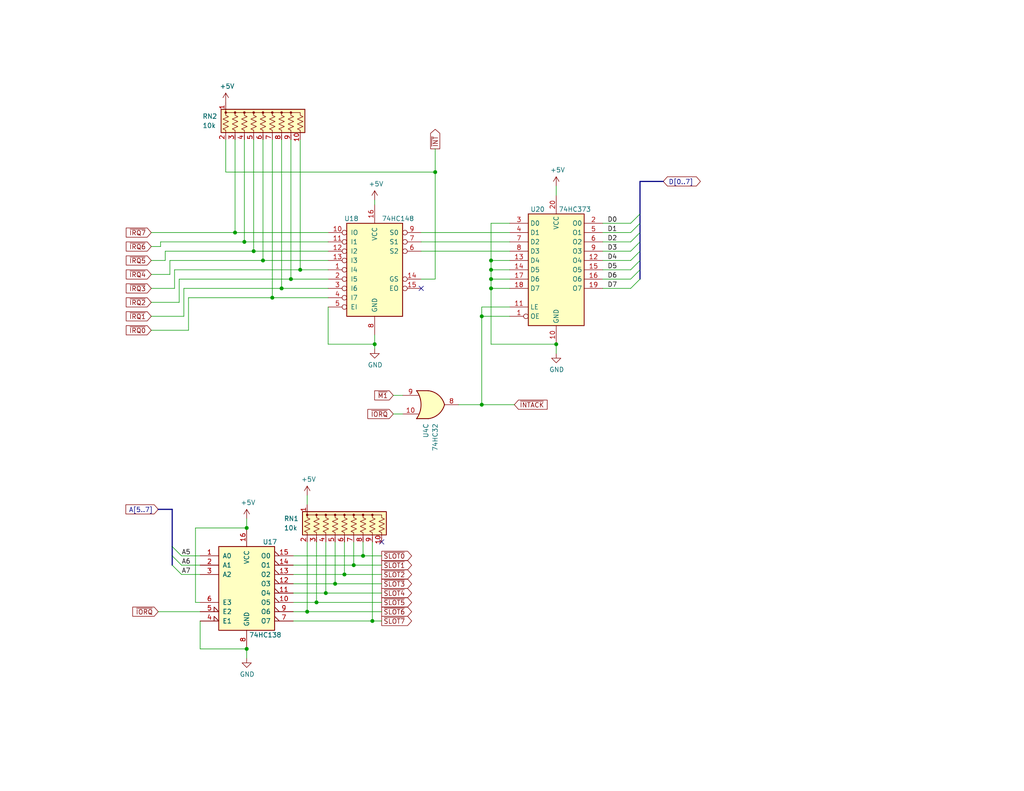
<source format=kicad_sch>
(kicad_sch (version 20230121) (generator eeschema)
  (paper "A")
  (lib_symbols
    (symbol "74xx:74LS138" (pin_names (offset 1.016))
      (property "Reference" "U" (at -7.62 11.43 0))
      (property "Value" "74LS138" (at -7.62 -13.97 0))
      (symbol "74LS138_1_0"
        (pin input line (at -12.7 7.62 0) (length 5.08) (name "A0") (number "1"))
        (pin output output_low (at 12.7 -5.08 180) (length 5.08) (name "O5") (number "10"))
        (pin output output_low (at 12.7 -2.54 180) (length 5.08) (name "O4") (number "11"))
        (pin output output_low (at 12.7 0 180) (length 5.08) (name "O3") (number "12"))
        (pin output output_low (at 12.7 2.54 180) (length 5.08) (name "O2") (number "13"))
        (pin output output_low (at 12.7 5.08 180) (length 5.08) (name "O1") (number "14"))
        (pin output output_low (at 12.7 7.62 180) (length 5.08) (name "O0") (number "15"))
        (pin power_in line (at 0 15.24 270) (length 5.08) (name "VCC") (number "16"))
        (pin input line (at -12.7 5.08 0) (length 5.08) (name "A1") (number "2"))
        (pin input line (at -12.7 2.54 0) (length 5.08) (name "A2") (number "3"))
        (pin input input_low (at -12.7 -10.16 0) (length 5.08) (name "E1") (number "4"))
        (pin input input_low (at -12.7 -7.62 0) (length 5.08) (name "E2") (number "5"))
        (pin input line (at -12.7 -5.08 0) (length 5.08) (name "E3") (number "6"))
        (pin output output_low (at 12.7 -10.16 180) (length 5.08) (name "O7") (number "7"))
        (pin power_in line (at 0 -17.78 90) (length 5.08) (name "GND") (number "8"))
        (pin output output_low (at 12.7 -7.62 180) (length 5.08) (name "O6") (number "9"))
      )
      (symbol "74LS138_1_1"
        (rectangle (start -7.62 10.16) (end 7.62 -12.7) (stroke (width 0.254)) (fill (type background)))
      )
    )
    (symbol "74xx:74LS148" (pin_names (offset 1.016))
      (property "Reference" "U" (at -7.62 13.97 0))
      (property "Value" "74LS148" (at -7.62 -13.97 0))
      (symbol "74LS148_1_0"
        (pin input inverted (at -12.7 0 0) (length 5.08) (name "I4") (number "1"))
        (pin input inverted (at -12.7 10.16 0) (length 5.08) (name "IO") (number "10"))
        (pin input inverted (at -12.7 7.62 0) (length 5.08) (name "I1") (number "11"))
        (pin input inverted (at -12.7 5.08 0) (length 5.08) (name "I2") (number "12"))
        (pin input inverted (at -12.7 2.54 0) (length 5.08) (name "I3") (number "13"))
        (pin output inverted (at 12.7 -2.54 180) (length 5.08) (name "GS") (number "14"))
        (pin output inverted (at 12.7 -5.08 180) (length 5.08) (name "EO") (number "15"))
        (pin power_in line (at 0 17.78 270) (length 5.08) (name "VCC") (number "16"))
        (pin input inverted (at -12.7 -2.54 0) (length 5.08) (name "I5") (number "2"))
        (pin input inverted (at -12.7 -5.08 0) (length 5.08) (name "I6") (number "3"))
        (pin input inverted (at -12.7 -7.62 0) (length 5.08) (name "I7") (number "4"))
        (pin input inverted (at -12.7 -10.16 0) (length 5.08) (name "EI") (number "5"))
        (pin output inverted (at 12.7 5.08 180) (length 5.08) (name "S2") (number "6"))
        (pin output inverted (at 12.7 7.62 180) (length 5.08) (name "S1") (number "7"))
        (pin power_in line (at 0 -17.78 90) (length 5.08) (name "GND") (number "8"))
        (pin output inverted (at 12.7 10.16 180) (length 5.08) (name "S0") (number "9"))
      )
      (symbol "74LS148_1_1"
        (rectangle (start -7.62 12.7) (end 7.62 -12.7) (stroke (width 0.254)) (fill (type background)))
      )
    )
    (symbol "74xx:74LS32" (pin_names (offset 1.016))
      (property "Reference" "U" (at 0 1.27 0))
      (property "Value" "74LS32" (at 0 -1.27 0))
      (symbol "74LS32_1_1"
        (arc (start -3.81 -3.81) (mid -2.589 0) (end -3.81 3.81) (stroke (width 0.254)))
        (arc (start -0.6096 -3.81) (mid 2.1842 -2.5851) (end 3.81 0) (stroke (width 0.254)) (fill (type background)))
        (polyline (pts (xy -3.81 -3.81) (xy -0.635 -3.81)) (stroke (width 0.254)) (fill (type background)))
        (polyline (pts (xy -3.81 3.81) (xy -0.635 3.81)) (stroke (width 0.254)) (fill (type background)))
        (polyline (pts (xy -0.635 3.81) (xy -3.81 3.81) (xy -3.81 3.81) (xy -3.556 3.4036) (xy -3.0226 2.2606) (xy -2.6924 1.0414) (xy -2.6162 -0.254) (xy -2.7686 -1.4986) (xy -3.175 -2.7178) (xy -3.81 -3.81) (xy -3.81 -3.81) (xy -0.635 -3.81)) (stroke (width -25.4)) (fill (type background)))
        (arc (start 3.81 0) (mid 2.1915 2.5936) (end -0.6096 3.81) (stroke (width 0.254)) (fill (type background)))
        (pin input line (at -7.62 2.54 0) (length 4.318) (name "~") (number "1"))
        (pin input line (at -7.62 -2.54 0) (length 4.318) (name "~") (number "2"))
        (pin output line (at 7.62 0 180) (length 3.81) (name "~") (number "3"))
      )
      (symbol "74LS32_1_2"
        (arc (start 0 -3.81) (mid 3.7934 0) (end 0 3.81) (stroke (width 0.254)) (fill (type background)))
        (polyline (pts (xy 0 3.81) (xy -3.81 3.81) (xy -3.81 -3.81) (xy 0 -3.81)) (stroke (width 0.254)) (fill (type background)))
        (pin input inverted (at -7.62 2.54 0) (length 3.81) (name "~") (number "1"))
        (pin input inverted (at -7.62 -2.54 0) (length 3.81) (name "~") (number "2"))
        (pin output inverted (at 7.62 0 180) (length 3.81) (name "~") (number "3"))
      )
      (symbol "74LS32_2_1"
        (arc (start -3.81 -3.81) (mid -2.589 0) (end -3.81 3.81) (stroke (width 0.254)))
        (arc (start -0.6096 -3.81) (mid 2.1842 -2.5851) (end 3.81 0) (stroke (width 0.254)) (fill (type background)))
        (polyline (pts (xy -3.81 -3.81) (xy -0.635 -3.81)) (stroke (width 0.254)) (fill (type background)))
        (polyline (pts (xy -3.81 3.81) (xy -0.635 3.81)) (stroke (width 0.254)) (fill (type background)))
        (polyline (pts (xy -0.635 3.81) (xy -3.81 3.81) (xy -3.81 3.81) (xy -3.556 3.4036) (xy -3.0226 2.2606) (xy -2.6924 1.0414) (xy -2.6162 -0.254) (xy -2.7686 -1.4986) (xy -3.175 -2.7178) (xy -3.81 -3.81) (xy -3.81 -3.81) (xy -0.635 -3.81)) (stroke (width -25.4)) (fill (type background)))
        (arc (start 3.81 0) (mid 2.1915 2.5936) (end -0.6096 3.81) (stroke (width 0.254)) (fill (type background)))
        (pin input line (at -7.62 2.54 0) (length 4.318) (name "~") (number "4"))
        (pin input line (at -7.62 -2.54 0) (length 4.318) (name "~") (number "5"))
        (pin output line (at 7.62 0 180) (length 3.81) (name "~") (number "6"))
      )
      (symbol "74LS32_2_2"
        (arc (start 0 -3.81) (mid 3.7934 0) (end 0 3.81) (stroke (width 0.254)) (fill (type background)))
        (polyline (pts (xy 0 3.81) (xy -3.81 3.81) (xy -3.81 -3.81) (xy 0 -3.81)) (stroke (width 0.254)) (fill (type background)))
        (pin input inverted (at -7.62 2.54 0) (length 3.81) (name "~") (number "4"))
        (pin input inverted (at -7.62 -2.54 0) (length 3.81) (name "~") (number "5"))
        (pin output inverted (at 7.62 0 180) (length 3.81) (name "~") (number "6"))
      )
      (symbol "74LS32_3_1"
        (arc (start -3.81 -3.81) (mid -2.589 0) (end -3.81 3.81) (stroke (width 0.254)))
        (arc (start -0.6096 -3.81) (mid 2.1842 -2.5851) (end 3.81 0) (stroke (width 0.254)) (fill (type background)))
        (polyline (pts (xy -3.81 -3.81) (xy -0.635 -3.81)) (stroke (width 0.254)) (fill (type background)))
        (polyline (pts (xy -3.81 3.81) (xy -0.635 3.81)) (stroke (width 0.254)) (fill (type background)))
        (polyline (pts (xy -0.635 3.81) (xy -3.81 3.81) (xy -3.81 3.81) (xy -3.556 3.4036) (xy -3.0226 2.2606) (xy -2.6924 1.0414) (xy -2.6162 -0.254) (xy -2.7686 -1.4986) (xy -3.175 -2.7178) (xy -3.81 -3.81) (xy -3.81 -3.81) (xy -0.635 -3.81)) (stroke (width -25.4)) (fill (type background)))
        (arc (start 3.81 0) (mid 2.1915 2.5936) (end -0.6096 3.81) (stroke (width 0.254)) (fill (type background)))
        (pin input line (at -7.62 -2.54 0) (length 4.318) (name "~") (number "10"))
        (pin output line (at 7.62 0 180) (length 3.81) (name "~") (number "8"))
        (pin input line (at -7.62 2.54 0) (length 4.318) (name "~") (number "9"))
      )
      (symbol "74LS32_3_2"
        (arc (start 0 -3.81) (mid 3.7934 0) (end 0 3.81) (stroke (width 0.254)) (fill (type background)))
        (polyline (pts (xy 0 3.81) (xy -3.81 3.81) (xy -3.81 -3.81) (xy 0 -3.81)) (stroke (width 0.254)) (fill (type background)))
        (pin input inverted (at -7.62 -2.54 0) (length 3.81) (name "~") (number "10"))
        (pin output inverted (at 7.62 0 180) (length 3.81) (name "~") (number "8"))
        (pin input inverted (at -7.62 2.54 0) (length 3.81) (name "~") (number "9"))
      )
      (symbol "74LS32_4_1"
        (arc (start -3.81 -3.81) (mid -2.589 0) (end -3.81 3.81) (stroke (width 0.254)))
        (arc (start -0.6096 -3.81) (mid 2.1842 -2.5851) (end 3.81 0) (stroke (width 0.254)) (fill (type background)))
        (polyline (pts (xy -3.81 -3.81) (xy -0.635 -3.81)) (stroke (width 0.254)) (fill (type background)))
        (polyline (pts (xy -3.81 3.81) (xy -0.635 3.81)) (stroke (width 0.254)) (fill (type background)))
        (polyline (pts (xy -0.635 3.81) (xy -3.81 3.81) (xy -3.81 3.81) (xy -3.556 3.4036) (xy -3.0226 2.2606) (xy -2.6924 1.0414) (xy -2.6162 -0.254) (xy -2.7686 -1.4986) (xy -3.175 -2.7178) (xy -3.81 -3.81) (xy -3.81 -3.81) (xy -0.635 -3.81)) (stroke (width -25.4)) (fill (type background)))
        (arc (start 3.81 0) (mid 2.1915 2.5936) (end -0.6096 3.81) (stroke (width 0.254)) (fill (type background)))
        (pin output line (at 7.62 0 180) (length 3.81) (name "~") (number "11"))
        (pin input line (at -7.62 2.54 0) (length 4.318) (name "~") (number "12"))
        (pin input line (at -7.62 -2.54 0) (length 4.318) (name "~") (number "13"))
      )
      (symbol "74LS32_4_2"
        (arc (start 0 -3.81) (mid 3.7934 0) (end 0 3.81) (stroke (width 0.254)) (fill (type background)))
        (polyline (pts (xy 0 3.81) (xy -3.81 3.81) (xy -3.81 -3.81) (xy 0 -3.81)) (stroke (width 0.254)) (fill (type background)))
        (pin output inverted (at 7.62 0 180) (length 3.81) (name "~") (number "11"))
        (pin input inverted (at -7.62 2.54 0) (length 3.81) (name "~") (number "12"))
        (pin input inverted (at -7.62 -2.54 0) (length 3.81) (name "~") (number "13"))
      )
      (symbol "74LS32_5_0"
        (pin power_in line (at 0 12.7 270) (length 5.08) (name "VCC") (number "14"))
        (pin power_in line (at 0 -12.7 90) (length 5.08) (name "GND") (number "7"))
      )
      (symbol "74LS32_5_1"
        (rectangle (start -5.08 7.62) (end 5.08 -7.62) (stroke (width 0.254)) (fill (type background)))
      )
    )
    (symbol "74xx:74LS373"
      (property "Reference" "U" (at -7.62 16.51 0))
      (property "Value" "74LS373" (at -7.62 -16.51 0))
      (symbol "74LS373_1_0"
        (pin input inverted (at -12.7 -12.7 0) (length 5.08) (name "OE") (number "1"))
        (pin power_in line (at 0 -20.32 90) (length 5.08) (name "GND") (number "10"))
        (pin input line (at -12.7 -10.16 0) (length 5.08) (name "LE") (number "11"))
        (pin tri_state line (at 12.7 2.54 180) (length 5.08) (name "O4") (number "12"))
        (pin input line (at -12.7 2.54 0) (length 5.08) (name "D4") (number "13"))
        (pin input line (at -12.7 0 0) (length 5.08) (name "D5") (number "14"))
        (pin tri_state line (at 12.7 0 180) (length 5.08) (name "O5") (number "15"))
        (pin tri_state line (at 12.7 -2.54 180) (length 5.08) (name "O6") (number "16"))
        (pin input line (at -12.7 -2.54 0) (length 5.08) (name "D6") (number "17"))
        (pin input line (at -12.7 -5.08 0) (length 5.08) (name "D7") (number "18"))
        (pin tri_state line (at 12.7 -5.08 180) (length 5.08) (name "O7") (number "19"))
        (pin tri_state line (at 12.7 12.7 180) (length 5.08) (name "O0") (number "2"))
        (pin power_in line (at 0 20.32 270) (length 5.08) (name "VCC") (number "20"))
        (pin input line (at -12.7 12.7 0) (length 5.08) (name "D0") (number "3"))
        (pin input line (at -12.7 10.16 0) (length 5.08) (name "D1") (number "4"))
        (pin tri_state line (at 12.7 10.16 180) (length 5.08) (name "O1") (number "5"))
        (pin tri_state line (at 12.7 7.62 180) (length 5.08) (name "O2") (number "6"))
        (pin input line (at -12.7 7.62 0) (length 5.08) (name "D2") (number "7"))
        (pin input line (at -12.7 5.08 0) (length 5.08) (name "D3") (number "8"))
        (pin tri_state line (at 12.7 5.08 180) (length 5.08) (name "O3") (number "9"))
      )
      (symbol "74LS373_1_1"
        (rectangle (start -7.62 15.24) (end 7.62 -15.24) (stroke (width 0.254)) (fill (type background)))
      )
    )
    (symbol "Device:R_Network09_US" (pin_names (offset 0) hide)
      (property "Reference" "RN" (at -12.7 0 90))
      (property "Value" "R_Network09_US" (at 12.7 0 90))
      (symbol "R_Network09_US_0_1"
        (rectangle (start -11.43 -3.175) (end 11.43 3.175) (stroke (width 0.254)) (fill (type background)))
        (circle (center -10.16 2.286) (radius 0.254) (fill (type outline)))
        (circle (center -7.62 2.286) (radius 0.254) (fill (type outline)))
        (circle (center -5.08 2.286) (radius 0.254) (fill (type outline)))
        (circle (center -2.54 2.286) (radius 0.254) (fill (type outline)))
        (polyline (pts (xy -10.16 2.286) (xy 10.16 2.286)))
        (polyline (pts (xy -10.16 2.286) (xy -10.16 1.524) (xy -9.398 1.1684) (xy -10.922 0.508) (xy -9.398 -0.1524) (xy -10.922 -0.8382) (xy -9.398 -1.524) (xy -10.922 -2.1844) (xy -10.16 -2.54) (xy -10.16 -3.81)))
        (polyline (pts (xy -7.62 2.286) (xy -7.62 1.524) (xy -6.858 1.1684) (xy -8.382 0.508) (xy -6.858 -0.1524) (xy -8.382 -0.8382) (xy -6.858 -1.524) (xy -8.382 -2.1844) (xy -7.62 -2.54) (xy -7.62 -3.81)))
        (polyline (pts (xy -5.08 2.286) (xy -5.08 1.524) (xy -4.318 1.1684) (xy -5.842 0.508) (xy -4.318 -0.1524) (xy -5.842 -0.8382) (xy -4.318 -1.524) (xy -5.842 -2.1844) (xy -5.08 -2.54) (xy -5.08 -3.81)))
        (polyline (pts (xy -2.54 2.286) (xy -2.54 1.524) (xy -1.778 1.1684) (xy -3.302 0.508) (xy -1.778 -0.1524) (xy -3.302 -0.8382) (xy -1.778 -1.524) (xy -3.302 -2.1844) (xy -2.54 -2.54) (xy -2.54 -3.81)))
        (polyline (pts (xy 0 2.286) (xy 0 1.524) (xy 0.762 1.1684) (xy -0.762 0.508) (xy 0.762 -0.1524) (xy -0.762 -0.8382) (xy 0.762 -1.524) (xy -0.762 -2.1844) (xy 0 -2.54) (xy 0 -3.81)))
        (polyline (pts (xy 2.54 2.286) (xy 2.54 1.524) (xy 3.302 1.1684) (xy 1.778 0.508) (xy 3.302 -0.1524) (xy 1.778 -0.8382) (xy 3.302 -1.524) (xy 1.778 -2.1844) (xy 2.54 -2.54) (xy 2.54 -3.81)))
        (polyline (pts (xy 5.08 2.286) (xy 5.08 1.524) (xy 5.842 1.1684) (xy 4.318 0.508) (xy 5.842 -0.1524) (xy 4.318 -0.8382) (xy 5.842 -1.524) (xy 4.318 -2.1844) (xy 5.08 -2.54) (xy 5.08 -3.81)))
        (polyline (pts (xy 7.62 2.286) (xy 7.62 1.524) (xy 8.382 1.1684) (xy 6.858 0.508) (xy 8.382 -0.1524) (xy 6.858 -0.8382) (xy 8.382 -1.524) (xy 6.858 -2.1844) (xy 7.62 -2.54) (xy 7.62 -3.81)))
        (polyline (pts (xy 10.16 2.286) (xy 10.16 1.524) (xy 10.922 1.1684) (xy 9.398 0.508) (xy 10.922 -0.1524) (xy 9.398 -0.8382) (xy 10.922 -1.524) (xy 9.398 -2.1844) (xy 10.16 -2.54) (xy 10.16 -3.81)))
        (circle (center 0 2.286) (radius 0.254) (fill (type outline)))
        (circle (center 2.54 2.286) (radius 0.254) (fill (type outline)))
        (circle (center 5.08 2.286) (radius 0.254) (fill (type outline)))
        (circle (center 7.62 2.286) (radius 0.254) (fill (type outline)))
      )
      (symbol "R_Network09_US_1_1"
        (pin passive line (at -10.16 5.08 270) (length 2.54) (name "common") (number "1"))
        (pin passive line (at 10.16 -5.08 90) (length 1.27) (name "R9") (number "10"))
        (pin passive line (at -10.16 -5.08 90) (length 1.27) (name "R1") (number "2"))
        (pin passive line (at -7.62 -5.08 90) (length 1.27) (name "R2") (number "3"))
        (pin passive line (at -5.08 -5.08 90) (length 1.27) (name "R3") (number "4"))
        (pin passive line (at -2.54 -5.08 90) (length 1.27) (name "R4") (number "5"))
        (pin passive line (at 0 -5.08 90) (length 1.27) (name "R5") (number "6"))
        (pin passive line (at 2.54 -5.08 90) (length 1.27) (name "R6") (number "7"))
        (pin passive line (at 5.08 -5.08 90) (length 1.27) (name "R7") (number "8"))
        (pin passive line (at 7.62 -5.08 90) (length 1.27) (name "R8") (number "9"))
      )
    )
    (symbol "power:+5V" (power) (pin_names (offset 0))
      (property "Value" "+5V" (at 0 3.556 0))
      (symbol "+5V_0_1"
        (polyline (pts (xy -0.762 1.27) (xy 0 2.54)))
        (polyline (pts (xy 0 0) (xy 0 2.54)))
        (polyline (pts (xy 0 2.54) (xy 0.762 1.27)))
      )
      (symbol "+5V_1_1"
        (pin power_in line (at 0 0 90) (length 0) hide (name "+5V") (number "1"))
      )
    )
    (symbol "power:GND" (power) (pin_names (offset 0))
      (property "Value" "GND" (at 0 -3.81 0))
      (symbol "GND_0_1"
        (polyline (pts (xy 0 0) (xy 0 -1.27) (xy 1.27 -1.27) (xy 0 -2.54) (xy -1.27 -1.27) (xy 0 -1.27)))
      )
      (symbol "GND_1_1"
        (pin power_in line (at 0 0 270) (length 0) hide (name "GND") (number "1"))
      )
    )
  )
  (junction (at 133.985 73.66))
  (junction (at 99.06 151.765))
  (junction (at 93.98 156.845))
  (junction (at 83.82 167.005))
  (junction (at 131.445 86.36))
  (junction (at 76.835 78.74))
  (junction (at 101.6 169.545))
  (junction (at 133.985 76.2))
  (junction (at 131.445 110.49))
  (junction (at 88.9 161.925))
  (junction (at 66.675 66.04))
  (junction (at 102.235 93.98))
  (junction (at 118.745 46.99))
  (junction (at 74.295 81.28))
  (junction (at 79.375 76.2))
  (junction (at 71.755 71.12))
  (junction (at 67.31 144.145))
  (junction (at 133.985 78.74))
  (junction (at 86.36 164.465))
  (junction (at 69.215 68.58))
  (junction (at 151.765 93.98))
  (junction (at 91.44 159.385))
  (junction (at 64.135 63.5))
  (junction (at 133.985 71.12))
  (junction (at 81.915 73.66))
  (junction (at 67.31 177.165))
  (junction (at 96.52 154.305))
  (no_connect (at 114.935 78.74))
  (no_connect (at 104.14 147.955))
  (bus_entry (at 49.53 151.765) (size -2.54 -2.54))
  (bus_entry (at 174.625 63.5) (size -2.54 2.54))
  (bus_entry (at 49.53 156.845) (size -2.54 -2.54))
  (bus_entry (at 49.53 154.305) (size -2.54 -2.54))
  (bus_entry (at 174.625 58.42) (size -2.54 2.54))
  (bus_entry (at 174.625 68.58) (size -2.54 2.54))
  (bus_entry (at 174.625 71.12) (size -2.54 2.54))
  (bus_entry (at 174.625 60.96) (size -2.54 2.54))
  (bus_entry (at 174.625 73.66) (size -2.54 2.54))
  (bus_entry (at 174.625 66.04) (size -2.54 2.54))
  (bus_entry (at 174.625 76.2) (size -2.54 2.54))
  (wire (pts (xy 67.31 177.165) (xy 67.31 179.705)))
  (bus (pts (xy 46.99 139.065) (xy 43.18 139.065)))
  (wire (pts (xy 114.935 63.5) (xy 139.065 63.5)))
  (wire (pts (xy 45.085 71.12) (xy 41.275 71.12)))
  (wire (pts (xy 45.085 68.58) (xy 45.085 71.12)))
  (wire (pts (xy 54.61 164.465) (xy 53.34 164.465)))
  (wire (pts (xy 133.985 71.12) (xy 133.985 73.66)))
  (wire (pts (xy 151.765 93.98) (xy 151.765 96.52)))
  (wire (pts (xy 61.595 38.1) (xy 61.595 46.99)))
  (bus (pts (xy 174.625 49.53) (xy 180.975 49.53)))
  (bus (pts (xy 174.625 71.12) (xy 174.625 73.66)))
  (wire (pts (xy 133.985 73.66) (xy 139.065 73.66)))
  (wire (pts (xy 133.985 60.96) (xy 133.985 71.12)))
  (wire (pts (xy 99.06 151.765) (xy 104.14 151.765)))
  (wire (pts (xy 48.895 82.55) (xy 41.275 82.55)))
  (bus (pts (xy 174.625 49.53) (xy 174.625 58.42)))
  (wire (pts (xy 93.98 156.845) (xy 104.14 156.845)))
  (wire (pts (xy 101.6 169.545) (xy 104.14 169.545)))
  (wire (pts (xy 71.755 38.1) (xy 71.755 71.12)))
  (wire (pts (xy 80.01 164.465) (xy 86.36 164.465)))
  (bus (pts (xy 46.99 139.065) (xy 46.99 149.225)))
  (wire (pts (xy 66.675 38.1) (xy 66.675 66.04)))
  (bus (pts (xy 46.99 151.765) (xy 46.99 154.305)))
  (wire (pts (xy 91.44 159.385) (xy 104.14 159.385)))
  (wire (pts (xy 164.465 60.96) (xy 172.085 60.96)))
  (wire (pts (xy 89.535 66.04) (xy 66.675 66.04)))
  (wire (pts (xy 81.915 38.1) (xy 81.915 73.66)))
  (wire (pts (xy 131.445 86.36) (xy 131.445 110.49)))
  (wire (pts (xy 133.985 76.2) (xy 139.065 76.2)))
  (wire (pts (xy 80.01 169.545) (xy 101.6 169.545)))
  (bus (pts (xy 46.99 149.225) (xy 46.99 151.765)))
  (wire (pts (xy 79.375 76.2) (xy 89.535 76.2)))
  (wire (pts (xy 80.01 156.845) (xy 93.98 156.845)))
  (wire (pts (xy 48.895 76.2) (xy 48.895 82.55)))
  (wire (pts (xy 164.465 78.74) (xy 172.085 78.74)))
  (wire (pts (xy 139.065 60.96) (xy 133.985 60.96)))
  (wire (pts (xy 50.165 78.74) (xy 76.835 78.74)))
  (wire (pts (xy 43.815 66.04) (xy 66.675 66.04)))
  (wire (pts (xy 49.53 151.765) (xy 54.61 151.765)))
  (wire (pts (xy 114.935 76.2) (xy 118.745 76.2)))
  (wire (pts (xy 96.52 154.305) (xy 104.14 154.305)))
  (wire (pts (xy 86.36 164.465) (xy 104.14 164.465)))
  (bus (pts (xy 174.625 66.04) (xy 174.625 68.58)))
  (wire (pts (xy 102.235 93.98) (xy 89.535 93.98)))
  (wire (pts (xy 83.82 135.255) (xy 83.82 137.795)))
  (bus (pts (xy 174.625 58.42) (xy 174.625 60.96)))
  (wire (pts (xy 133.985 78.74) (xy 139.065 78.74)))
  (wire (pts (xy 76.835 38.1) (xy 76.835 78.74)))
  (wire (pts (xy 131.445 110.49) (xy 140.335 110.49)))
  (wire (pts (xy 64.135 38.1) (xy 64.135 63.5)))
  (wire (pts (xy 51.435 81.28) (xy 74.295 81.28)))
  (wire (pts (xy 69.215 38.1) (xy 69.215 68.58)))
  (wire (pts (xy 50.165 86.36) (xy 41.275 86.36)))
  (wire (pts (xy 139.065 86.36) (xy 131.445 86.36)))
  (wire (pts (xy 118.745 46.99) (xy 118.745 40.64)))
  (wire (pts (xy 164.465 71.12) (xy 172.085 71.12)))
  (wire (pts (xy 47.625 73.66) (xy 47.625 78.74)))
  (bus (pts (xy 174.625 60.96) (xy 174.625 63.5)))
  (wire (pts (xy 80.01 167.005) (xy 83.82 167.005)))
  (wire (pts (xy 133.985 73.66) (xy 133.985 76.2)))
  (wire (pts (xy 99.06 147.955) (xy 99.06 151.765)))
  (wire (pts (xy 67.31 141.605) (xy 67.31 144.145)))
  (bus (pts (xy 174.625 63.5) (xy 174.625 66.04)))
  (wire (pts (xy 53.34 164.465) (xy 53.34 144.145)))
  (wire (pts (xy 47.625 73.66) (xy 81.915 73.66)))
  (wire (pts (xy 107.315 107.95) (xy 109.855 107.95)))
  (wire (pts (xy 69.215 68.58) (xy 89.535 68.58)))
  (wire (pts (xy 41.275 63.5) (xy 64.135 63.5)))
  (wire (pts (xy 131.445 83.82) (xy 139.065 83.82)))
  (wire (pts (xy 102.235 54.61) (xy 102.235 55.88)))
  (wire (pts (xy 45.085 68.58) (xy 69.215 68.58)))
  (wire (pts (xy 114.935 68.58) (xy 139.065 68.58)))
  (wire (pts (xy 109.855 113.03) (xy 107.315 113.03)))
  (wire (pts (xy 125.095 110.49) (xy 131.445 110.49)))
  (wire (pts (xy 74.295 38.1) (xy 74.295 81.28)))
  (wire (pts (xy 83.82 147.955) (xy 83.82 167.005)))
  (wire (pts (xy 49.53 156.845) (xy 54.61 156.845)))
  (wire (pts (xy 80.01 161.925) (xy 88.9 161.925)))
  (wire (pts (xy 51.435 81.28) (xy 51.435 90.17)))
  (wire (pts (xy 43.18 167.005) (xy 54.61 167.005)))
  (wire (pts (xy 102.235 91.44) (xy 102.235 93.98)))
  (wire (pts (xy 164.465 76.2) (xy 172.085 76.2)))
  (wire (pts (xy 76.835 78.74) (xy 89.535 78.74)))
  (wire (pts (xy 43.815 66.04) (xy 43.815 67.31)))
  (wire (pts (xy 131.445 83.82) (xy 131.445 86.36)))
  (wire (pts (xy 79.375 38.1) (xy 79.375 76.2)))
  (wire (pts (xy 50.165 78.74) (xy 50.165 86.36)))
  (wire (pts (xy 164.465 66.04) (xy 172.085 66.04)))
  (wire (pts (xy 46.355 71.12) (xy 46.355 74.93)))
  (wire (pts (xy 49.53 154.305) (xy 54.61 154.305)))
  (wire (pts (xy 80.01 151.765) (xy 99.06 151.765)))
  (wire (pts (xy 54.61 169.545) (xy 54.61 177.165)))
  (wire (pts (xy 86.36 147.955) (xy 86.36 164.465)))
  (wire (pts (xy 53.34 144.145) (xy 67.31 144.145)))
  (wire (pts (xy 61.595 46.99) (xy 118.745 46.99)))
  (wire (pts (xy 133.985 93.98) (xy 151.765 93.98)))
  (wire (pts (xy 114.935 66.04) (xy 139.065 66.04)))
  (wire (pts (xy 54.61 177.165) (xy 67.31 177.165)))
  (wire (pts (xy 101.6 147.955) (xy 101.6 169.545)))
  (bus (pts (xy 174.625 68.58) (xy 174.625 71.12)))
  (wire (pts (xy 133.985 71.12) (xy 139.065 71.12)))
  (wire (pts (xy 118.745 76.2) (xy 118.745 46.99)))
  (wire (pts (xy 133.985 78.74) (xy 133.985 93.98)))
  (wire (pts (xy 81.915 73.66) (xy 89.535 73.66)))
  (wire (pts (xy 89.535 83.82) (xy 89.535 93.98)))
  (wire (pts (xy 102.235 93.98) (xy 102.235 95.25)))
  (wire (pts (xy 91.44 147.955) (xy 91.44 159.385)))
  (wire (pts (xy 164.465 68.58) (xy 172.085 68.58)))
  (wire (pts (xy 80.01 159.385) (xy 91.44 159.385)))
  (wire (pts (xy 47.625 78.74) (xy 41.275 78.74)))
  (wire (pts (xy 43.815 67.31) (xy 41.275 67.31)))
  (wire (pts (xy 93.98 147.955) (xy 93.98 156.845)))
  (bus (pts (xy 174.625 73.66) (xy 174.625 76.2)))
  (wire (pts (xy 164.465 73.66) (xy 172.085 73.66)))
  (wire (pts (xy 46.355 71.12) (xy 71.755 71.12)))
  (wire (pts (xy 151.765 50.8) (xy 151.765 53.34)))
  (wire (pts (xy 46.355 74.93) (xy 41.275 74.93)))
  (wire (pts (xy 48.895 76.2) (xy 79.375 76.2)))
  (wire (pts (xy 74.295 81.28) (xy 89.535 81.28)))
  (wire (pts (xy 88.9 161.925) (xy 104.14 161.925)))
  (wire (pts (xy 80.01 154.305) (xy 96.52 154.305)))
  (wire (pts (xy 96.52 147.955) (xy 96.52 154.305)))
  (wire (pts (xy 89.535 71.12) (xy 71.755 71.12)))
  (wire (pts (xy 164.465 63.5) (xy 172.085 63.5)))
  (wire (pts (xy 83.82 167.005) (xy 104.14 167.005)))
  (wire (pts (xy 51.435 90.17) (xy 41.275 90.17)))
  (wire (pts (xy 133.985 76.2) (xy 133.985 78.74)))
  (wire (pts (xy 88.9 147.955) (xy 88.9 161.925)))
  (wire (pts (xy 64.135 63.5) (xy 89.535 63.5)))
  (label "D4" (at 165.735 71.12 0))
  (label "A5" (at 49.53 151.765 0))
  (label "D3" (at 165.735 68.58 0))
  (label "D6" (at 165.735 76.2 0))
  (label "D2" (at 165.735 66.04 0))
  (label "D7" (at 165.735 78.74 0))
  (label "D0" (at 165.735 60.96 0))
  (label "D5" (at 165.735 73.66 0))
  (label "A6" (at 49.53 154.305 0))
  (label "A7" (at 49.53 156.845 0))
  (label "D1" (at 165.735 63.5 0))
  (global_label "~{IRQ3}" (shape input) (at 41.275 78.74 180) (property "Intersheetrefs" "${INTERSHEET_REFS}" (at -27.305 2.54 0)))
  (global_label "D[0..7]" (shape bidirectional) (at 180.975 49.53 0) (property "Intersheetrefs" "${INTERSHEET_REFS}" (at -27.305 2.54 0)))
  (global_label "~{SLOT0}" (shape output) (at 104.14 151.765 0) (property "Intersheetrefs" "${INTERSHEET_REFS}" (at 0 3.175 0)))
  (global_label "~{INTACK}" (shape input) (at 140.335 110.49 0) (property "Intersheetrefs" "${INTERSHEET_REFS}" (at 149.1181 110.49 0) (effects (justify left))))
  (global_label "~{IRQ1}" (shape input) (at 41.275 86.36 180) (property "Intersheetrefs" "${INTERSHEET_REFS}" (at -27.305 2.54 0)))
  (global_label "~{SLOT4}" (shape output) (at 104.14 161.925 0) (property "Intersheetrefs" "${INTERSHEET_REFS}" (at 0 3.175 0)))
  (global_label "~{IORQ}" (shape input) (at 43.18 167.005 180) (property "Intersheetrefs" "${INTERSHEET_REFS}" (at 0 3.175 0)))
  (global_label "~{SLOT7}" (shape output) (at 104.14 169.545 0) (property "Intersheetrefs" "${INTERSHEET_REFS}" (at 0 3.175 0)))
  (global_label "~{IORQ}" (shape input) (at 107.315 113.03 180) (property "Intersheetrefs" "${INTERSHEET_REFS}" (at -27.305 2.54 0)))
  (global_label "~{SLOT5}" (shape output) (at 104.14 164.465 0) (property "Intersheetrefs" "${INTERSHEET_REFS}" (at 0 3.175 0)))
  (global_label "~{INT}" (shape output) (at 118.745 40.64 90) (property "Intersheetrefs" "${INTERSHEET_REFS}" (at -28.575 2.54 0)))
  (global_label "~{SLOT1}" (shape output) (at 104.14 154.305 0) (property "Intersheetrefs" "${INTERSHEET_REFS}" (at 0 3.175 0)))
  (global_label "~{IRQ5}" (shape input) (at 41.275 71.12 180) (property "Intersheetrefs" "${INTERSHEET_REFS}" (at -27.305 2.54 0)))
  (global_label "~{SLOT3}" (shape output) (at 104.14 159.385 0) (property "Intersheetrefs" "${INTERSHEET_REFS}" (at 0 3.175 0)))
  (global_label "~{IRQ0}" (shape input) (at 41.275 90.17 180) (property "Intersheetrefs" "${INTERSHEET_REFS}" (at -27.305 2.54 0)))
  (global_label "~{IRQ6}" (shape input) (at 41.275 67.31 180) (property "Intersheetrefs" "${INTERSHEET_REFS}" (at -27.305 2.54 0)))
  (global_label "~{M1}" (shape input) (at 107.315 107.95 180) (property "Intersheetrefs" "${INTERSHEET_REFS}" (at -27.305 2.54 0)))
  (global_label "~{SLOT2}" (shape output) (at 104.14 156.845 0) (property "Intersheetrefs" "${INTERSHEET_REFS}" (at 0 3.175 0)))
  (global_label "~{IRQ4}" (shape input) (at 41.275 74.93 180) (property "Intersheetrefs" "${INTERSHEET_REFS}" (at -27.305 2.54 0)))
  (global_label "~{SLOT6}" (shape output) (at 104.14 167.005 0) (property "Intersheetrefs" "${INTERSHEET_REFS}" (at 0 3.175 0)))
  (global_label "~{IRQ2}" (shape input) (at 41.275 82.55 180) (property "Intersheetrefs" "${INTERSHEET_REFS}" (at -27.305 2.54 0)))
  (global_label "A[5..7]" (shape input) (at 43.18 139.065 180) (property "Intersheetrefs" "${INTERSHEET_REFS}" (at 34.4453 138.9856 0) (effects (justify right))))
  (global_label "~{IRQ7}" (shape input) (at 41.275 63.5 180) (property "Intersheetrefs" "${INTERSHEET_REFS}" (at -27.305 2.54 0)))
  (symbol (lib_id "74xx:74LS138") (at 67.31 159.385 0) (unit 1)
    (property "Reference" "U17" (at 73.66 147.955 0))
    (property "Value" "74HC138" (at 72.39 173.355 0))
    (property "Footprint" "Package_DIP:DIP-16_W7.62mm_LongPads" (effects hide))
    (property "Datasheet" "http://www.ti.com/lit/gpn/sn74LS138" (effects hide))
  )
  (symbol (lib_id "power:+5V") (at 67.31 141.605 0) (unit 1)
    (property "Reference" "#PWR038" (effects hide))
    (property "Value" "+5V" (at 67.691 137.2108 0))
  )
  (symbol (lib_id "power:GND") (at 67.31 179.705 0) (unit 1)
    (property "Reference" "#PWR039" (effects hide))
    (property "Value" "GND" (at 67.437 184.0992 0))
  )
  (symbol (lib_id "Device:R_Network09_US") (at 93.98 142.875 0) (unit 1)
    (property "Reference" "RN1" (at 77.47 141.605 0) (effects (justify left)))
    (property "Value" "10k" (at 77.47 144.145 0) (effects (justify left)))
    (property "Footprint" "Resistor_THT:R_Array_SIP10" (effects hide))
    (property "Datasheet" "http://www.vishay.com/docs/31509/csc.pdf" (effects hide))
  )
  (symbol (lib_id "power:+5V") (at 83.82 135.255 0) (unit 1)
    (property "Reference" "#PWR040" (effects hide))
    (property "Value" "+5V" (at 84.201 130.8608 0))
  )
  (symbol (lib_id "74xx:74LS148") (at 102.235 73.66 0) (unit 1)
    (property "Reference" "U18" (at 95.885 59.69 0))
    (property "Value" "74HC148" (at 108.585 59.69 0))
    (property "Footprint" "Package_DIP:DIP-16_W7.62mm_LongPads" (effects hide))
    (property "Datasheet" "http://www.ti.com/lit/gpn/sn74LS148" (effects hide))
  )
  (symbol (lib_id "74xx:74LS373") (at 151.765 73.66 0) (unit 1)
    (property "Reference" "U20" (at 146.685 57.15 0))
    (property "Value" "74HC373" (at 156.845 57.15 0))
    (property "Footprint" "Package_DIP:DIP-20_W7.62mm_LongPads" (effects hide))
    (property "Datasheet" "http://www.ti.com/lit/gpn/sn74LS574" (effects hide))
  )
  (symbol (lib_id "power:GND") (at 102.235 95.25 0) (unit 1)
    (property "Reference" "#PWR043" (effects hide))
    (property "Value" "GND" (at 102.362 99.6442 0))
  )
  (symbol (lib_id "power:+5V") (at 102.235 54.61 0) (unit 1)
    (property "Reference" "#PWR042" (effects hide))
    (property "Value" "+5V" (at 102.616 50.2158 0))
  )
  (symbol (lib_id "Device:R_Network09_US") (at 71.755 33.02 0) (unit 1)
    (property "Reference" "RN2" (at 55.245 31.75 0) (effects (justify left)))
    (property "Value" "10k" (at 55.245 34.29 0) (effects (justify left)))
    (property "Footprint" "Resistor_THT:R_Array_SIP10" (effects hide))
    (property "Datasheet" "http://www.vishay.com/docs/31509/csc.pdf" (effects hide))
  )
  (symbol (lib_id "power:+5V") (at 61.595 27.94 0) (unit 1)
    (property "Reference" "#PWR041" (effects hide))
    (property "Value" "+5V" (at 61.976 23.5458 0))
  )
  (symbol (lib_id "power:+5V") (at 151.765 50.8 0) (unit 1)
    (property "Reference" "#PWR044" (effects hide))
    (property "Value" "+5V" (at 152.146 46.4058 0))
  )
  (symbol (lib_id "power:GND") (at 151.765 96.52 0) (unit 1)
    (property "Reference" "#PWR045" (effects hide))
    (property "Value" "GND" (at 151.892 100.9142 0))
  )
  (symbol (lib_id "74xx:74LS32") (at 117.475 110.49 0) (unit 3)
    (property "Reference" "U4" (at 116.205 115.57 90) (effects (justify right)))
    (property "Value" "74HC32" (at 118.745 115.57 90) (effects (justify right)))
    (property "Footprint" "Package_DIP:DIP-14_W7.62mm_LongPads" (effects hide))
    (property "Datasheet" "http://www.ti.com/lit/gpn/sn74LS32" (effects hide))
  )
)
</source>
